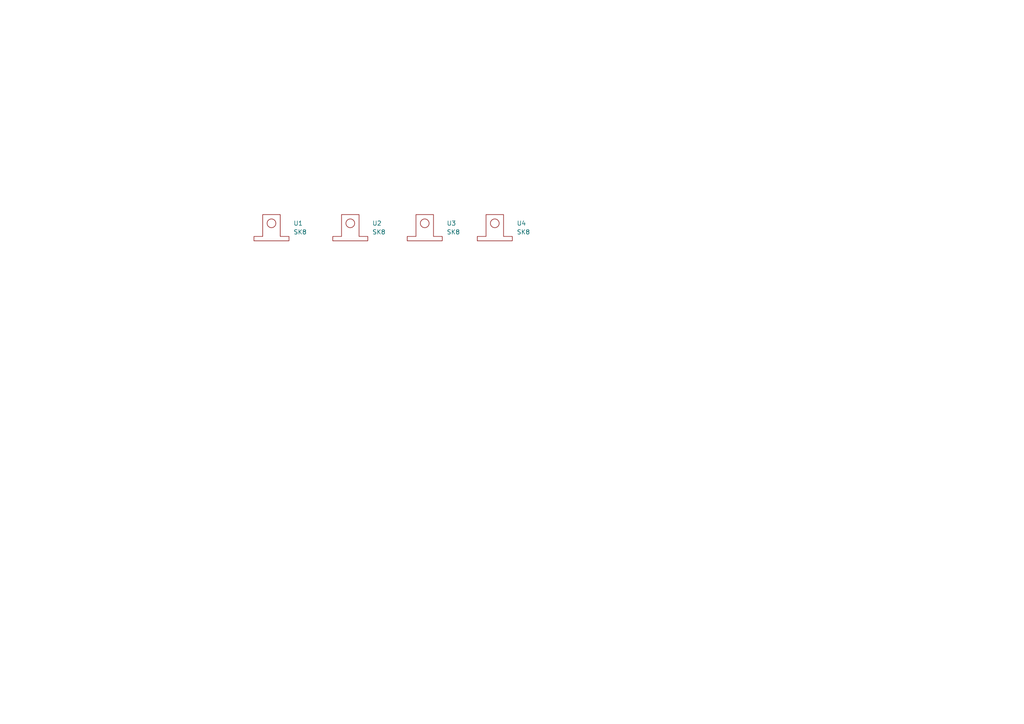
<source format=kicad_sch>
(kicad_sch (version 20211123) (generator eeschema)
  (paper "A4")
  (lib_symbols
    (symbol "Mechanical_custom:SK8"
      (property "Reference" "U" (at 0 0 0))
      (property "Value" "SK8" (at 0 0 0))
      (symbol "SK8_0_1"
        (polyline (pts (xy -5.08 0) (xy 5.08 0) (xy 5.08 1.27) (xy 2.54 1.27) (xy 2.54 7.62) (xy -2.54 7.62) (xy -2.54 1.27) (xy -5.08 1.27) (xy -5.08 0)))
        (circle (center 0 5.08) (radius 1.27))
      )
    )
  )
  (symbol (lib_id "Mechanical_custom:SK8") (at 78.74 69.85 0) (unit 1)
    (property "Reference" "U1" (at 85.09 64.7699 0) (effects (justify left)))
    (property "Value" "SK8" (at 85.09 67.3099 0) (effects (justify left)))
    (property "Footprint" "MountingEquipment_custom:SK8" (effects hide))
  )
  (symbol (lib_id "Mechanical_custom:SK8") (at 101.6 69.85 0) (unit 1)
    (property "Reference" "U2" (at 107.95 64.7699 0) (effects (justify left)))
    (property "Value" "SK8" (at 107.95 67.3099 0) (effects (justify left)))
    (property "Footprint" "MountingEquipment_custom:SK8" (effects hide))
  )
  (symbol (lib_id "Mechanical_custom:SK8") (at 123.19 69.85 0) (unit 1)
    (property "Reference" "U3" (at 129.54 64.7699 0) (effects (justify left)))
    (property "Value" "SK8" (at 129.54 67.3099 0) (effects (justify left)))
    (property "Footprint" "MountingEquipment_custom:SK8" (effects hide))
  )
  (symbol (lib_id "Mechanical_custom:SK8") (at 143.51 69.85 0) (unit 1)
    (property "Reference" "U4" (at 149.86 64.7699 0) (effects (justify left)))
    (property "Value" "SK8" (at 149.86 67.3099 0) (effects (justify left)))
    (property "Footprint" "MountingEquipment_custom:SK8" (effects hide))
  )
)
</source>
